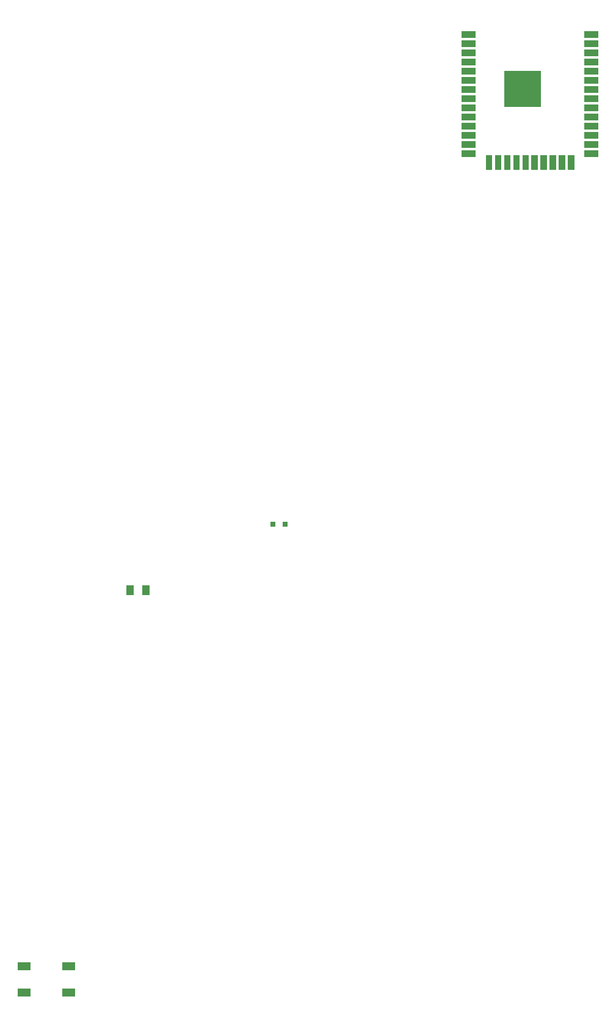
<source format=gtp>
G04 Layer: TopPasteMaskLayer*
G04 EasyEDA v6.4.19.4, 2021-04-14T13:58:42--4:00*
G04 fa96b751c2d54882ab86a56ef34f2425,10*
G04 Gerber Generator version 0.2*
G04 Scale: 100 percent, Rotated: No, Reflected: No *
G04 Dimensions in millimeters *
G04 leading zeros omitted , absolute positions ,4 integer and 5 decimal *
%FSLAX45Y45*%
%MOMM*%

%ADD13R,1.0000X1.4000*%
%ADD14R,0.8000X0.8000*%
%ADD17R,0.9000X2.0000*%

%LPD*%
D13*
G01*
X21052302Y-10845789D03*
G01*
X20832287Y-10845789D03*
D14*
G01*
X22983190Y-9931400D03*
G01*
X22813009Y-9931400D03*
G36*
X19892276Y-16373284D02*
G01*
X20072286Y-16373284D01*
X20072286Y-16483291D01*
X19892276Y-16483291D01*
G37*
G36*
X19892276Y-16003282D02*
G01*
X20072286Y-16003282D01*
X20072286Y-16113290D01*
X19892276Y-16113290D01*
G37*
G36*
X19272288Y-16373284D02*
G01*
X19452297Y-16373284D01*
X19452297Y-16483291D01*
X19272288Y-16483291D01*
G37*
G36*
X19272288Y-16003282D02*
G01*
X19452297Y-16003282D01*
X19452297Y-16113290D01*
X19272288Y-16113290D01*
G37*
G36*
X25427909Y-3107098D02*
G01*
X25627909Y-3107098D01*
X25627909Y-3197100D01*
X25427909Y-3197100D01*
G37*
G36*
X25427909Y-3234098D02*
G01*
X25627909Y-3234098D01*
X25627909Y-3324100D01*
X25427909Y-3324100D01*
G37*
G36*
X25427909Y-3361098D02*
G01*
X25627909Y-3361098D01*
X25627909Y-3451100D01*
X25427909Y-3451100D01*
G37*
G36*
X25427909Y-3488098D02*
G01*
X25627909Y-3488098D01*
X25627909Y-3578100D01*
X25427909Y-3578100D01*
G37*
G36*
X25427909Y-3615098D02*
G01*
X25627909Y-3615098D01*
X25627909Y-3705100D01*
X25427909Y-3705100D01*
G37*
G36*
X25427909Y-3742098D02*
G01*
X25627909Y-3742098D01*
X25627909Y-3832100D01*
X25427909Y-3832100D01*
G37*
G36*
X25427909Y-3869098D02*
G01*
X25627909Y-3869098D01*
X25627909Y-3959100D01*
X25427909Y-3959100D01*
G37*
G36*
X25427909Y-3996098D02*
G01*
X25627909Y-3996098D01*
X25627909Y-4086100D01*
X25427909Y-4086100D01*
G37*
G36*
X25427909Y-4123098D02*
G01*
X25627909Y-4123098D01*
X25627909Y-4213100D01*
X25427909Y-4213100D01*
G37*
G36*
X25427909Y-4250098D02*
G01*
X25627909Y-4250098D01*
X25627909Y-4340100D01*
X25427909Y-4340100D01*
G37*
G36*
X25427909Y-4377098D02*
G01*
X25627909Y-4377098D01*
X25627909Y-4467100D01*
X25427909Y-4467100D01*
G37*
G36*
X25427909Y-4504098D02*
G01*
X25627909Y-4504098D01*
X25627909Y-4594100D01*
X25427909Y-4594100D01*
G37*
G36*
X25427909Y-4631098D02*
G01*
X25627909Y-4631098D01*
X25627909Y-4721100D01*
X25427909Y-4721100D01*
G37*
G36*
X25427909Y-4758098D02*
G01*
X25627909Y-4758098D01*
X25627909Y-4848100D01*
X25427909Y-4848100D01*
G37*
D17*
G01*
X25806400Y-4925120D03*
G01*
X25933400Y-4925120D03*
G01*
X26060400Y-4925120D03*
G01*
X26187400Y-4925120D03*
G01*
X26314400Y-4925120D03*
G36*
X26396398Y-4825090D02*
G01*
X26396398Y-5025090D01*
X26486401Y-5025090D01*
X26486401Y-4825090D01*
G37*
G36*
X26523398Y-4825090D02*
G01*
X26523398Y-5025090D01*
X26613401Y-5025090D01*
X26613401Y-4825090D01*
G37*
G36*
X26650398Y-4825090D02*
G01*
X26650398Y-5025090D01*
X26740401Y-5025090D01*
X26740401Y-4825090D01*
G37*
G36*
X26777398Y-4825090D02*
G01*
X26777398Y-5025090D01*
X26867401Y-5025090D01*
X26867401Y-4825090D01*
G37*
G36*
X26904398Y-4825090D02*
G01*
X26904398Y-5025090D01*
X26994401Y-5025090D01*
X26994401Y-4825090D01*
G37*
G36*
X27127890Y-4848100D02*
G01*
X27327890Y-4848100D01*
X27327890Y-4758098D01*
X27127890Y-4758098D01*
G37*
G36*
X27127890Y-4721100D02*
G01*
X27327890Y-4721100D01*
X27327890Y-4631098D01*
X27127890Y-4631098D01*
G37*
G36*
X27127890Y-4594100D02*
G01*
X27327890Y-4594100D01*
X27327890Y-4504098D01*
X27127890Y-4504098D01*
G37*
G36*
X27127890Y-4467100D02*
G01*
X27327890Y-4467100D01*
X27327890Y-4377098D01*
X27127890Y-4377098D01*
G37*
G36*
X27127890Y-4340100D02*
G01*
X27327890Y-4340100D01*
X27327890Y-4250098D01*
X27127890Y-4250098D01*
G37*
G36*
X27127890Y-4213100D02*
G01*
X27327890Y-4213100D01*
X27327890Y-4123098D01*
X27127890Y-4123098D01*
G37*
G36*
X27127890Y-4086100D02*
G01*
X27327890Y-4086100D01*
X27327890Y-3996098D01*
X27127890Y-3996098D01*
G37*
G36*
X27127890Y-3959100D02*
G01*
X27327890Y-3959100D01*
X27327890Y-3869098D01*
X27127890Y-3869098D01*
G37*
G36*
X27127890Y-3832100D02*
G01*
X27327890Y-3832100D01*
X27327890Y-3742098D01*
X27127890Y-3742098D01*
G37*
G36*
X27127890Y-3705100D02*
G01*
X27327890Y-3705100D01*
X27327890Y-3615098D01*
X27127890Y-3615098D01*
G37*
G36*
X27127890Y-3578100D02*
G01*
X27327890Y-3578100D01*
X27327890Y-3488098D01*
X27127890Y-3488098D01*
G37*
G36*
X27127890Y-3451100D02*
G01*
X27327890Y-3451100D01*
X27327890Y-3361098D01*
X27127890Y-3361098D01*
G37*
G36*
X27127890Y-3324100D02*
G01*
X27327890Y-3324100D01*
X27327890Y-3234098D01*
X27127890Y-3234098D01*
G37*
G36*
X27127890Y-3197100D02*
G01*
X27327890Y-3197100D01*
X27327890Y-3107098D01*
X27127890Y-3107098D01*
G37*
G36*
X26026198Y-3656401D02*
G01*
X26526200Y-3656401D01*
X26526200Y-4156400D01*
X26026198Y-4156400D01*
G37*
M02*

</source>
